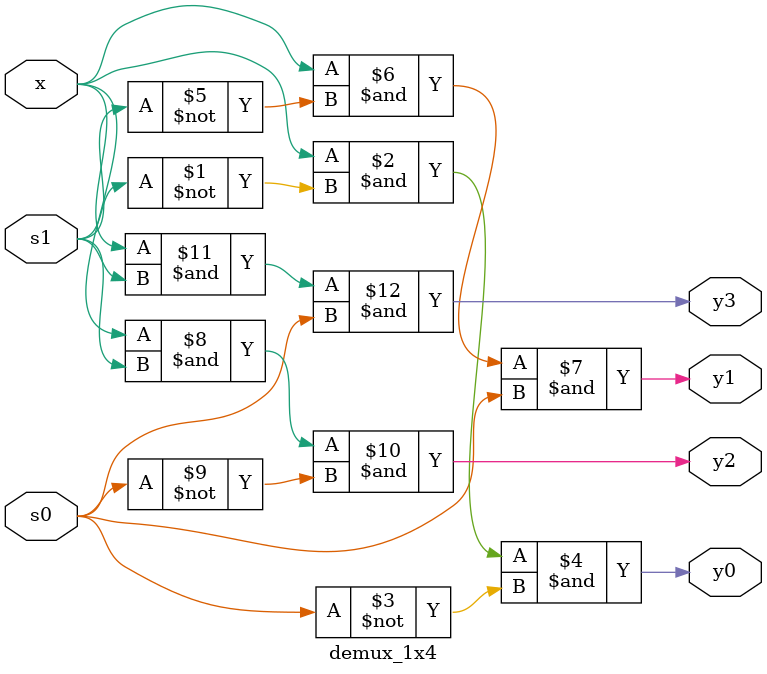
<source format=v>
`timescale 1ns / 1ps


module demux_1x4(x,s0,s1,y0,y1,y2,y3);
    input x,s0,s1;
    output y0,y1,y2,y3;
    
    assign y0=x&(~s1)&(~s0);
    assign y1=x&(~s1)&(s0);
    assign y2=x&(s1)&(~s0);
    assign y3=x&(s1)&(s0);
endmodule

</source>
